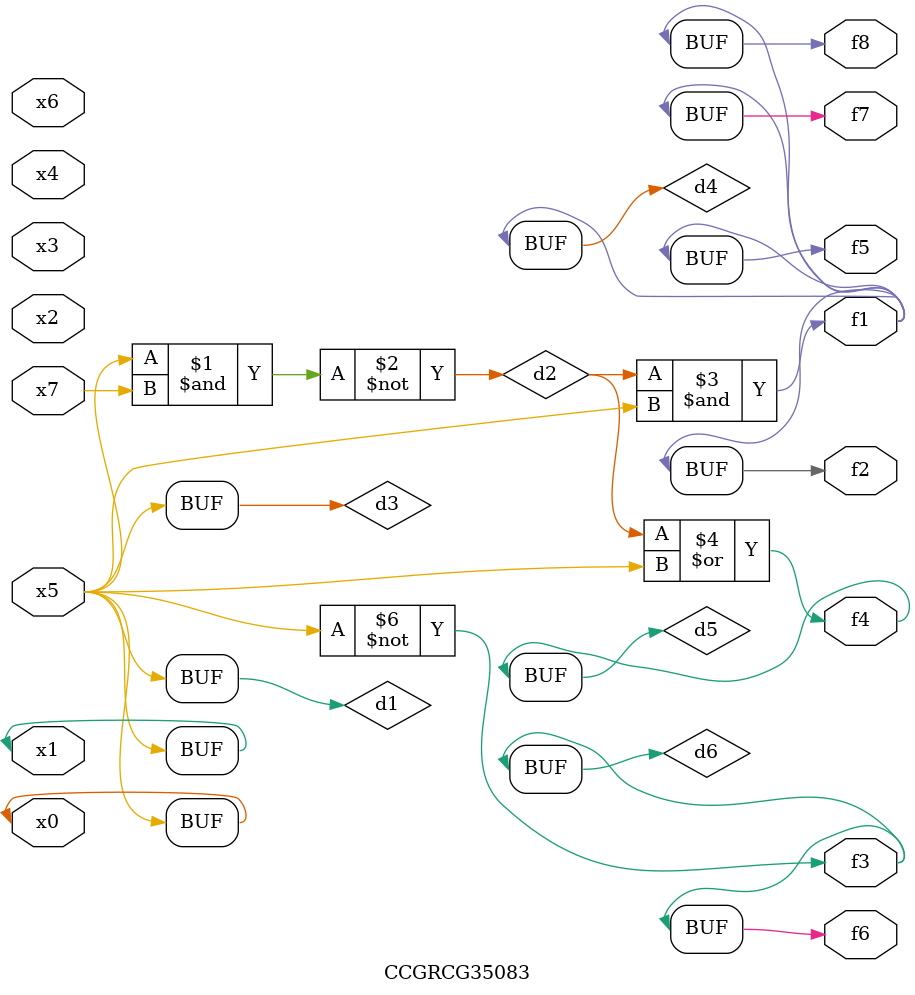
<source format=v>
module CCGRCG35083(
	input x0, x1, x2, x3, x4, x5, x6, x7,
	output f1, f2, f3, f4, f5, f6, f7, f8
);

	wire d1, d2, d3, d4, d5, d6;

	buf (d1, x0, x5);
	nand (d2, x5, x7);
	buf (d3, x0, x1);
	and (d4, d2, d3);
	or (d5, d2, d3);
	nor (d6, d1, d3);
	assign f1 = d4;
	assign f2 = d4;
	assign f3 = d6;
	assign f4 = d5;
	assign f5 = d4;
	assign f6 = d6;
	assign f7 = d4;
	assign f8 = d4;
endmodule

</source>
